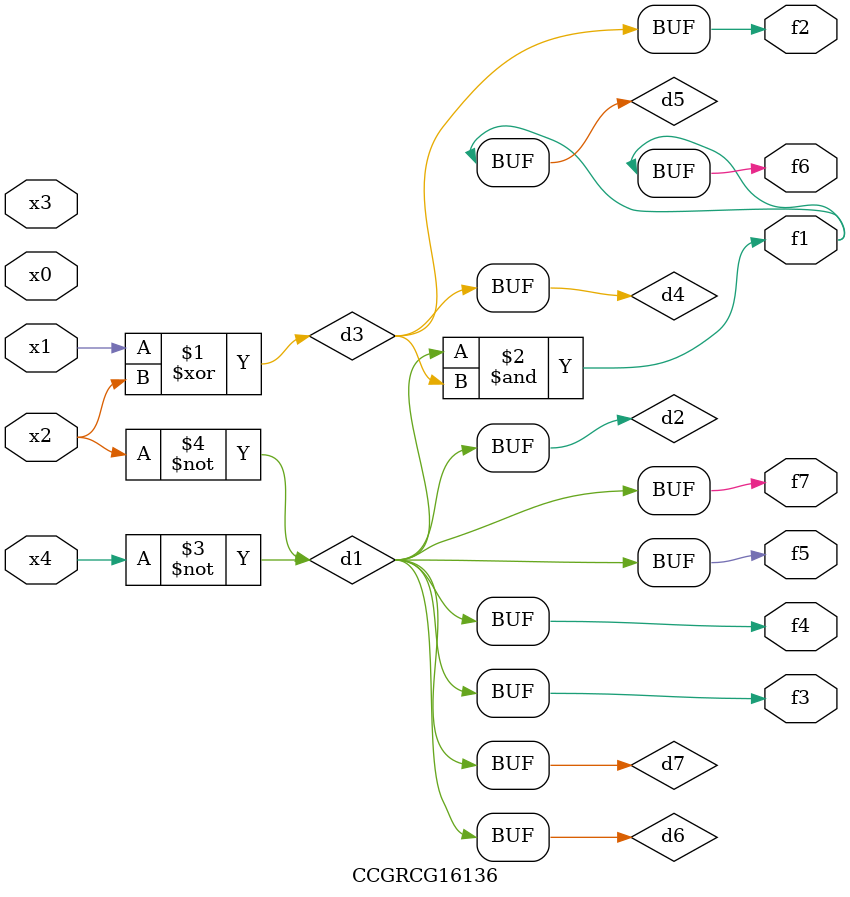
<source format=v>
module CCGRCG16136(
	input x0, x1, x2, x3, x4,
	output f1, f2, f3, f4, f5, f6, f7
);

	wire d1, d2, d3, d4, d5, d6, d7;

	not (d1, x4);
	not (d2, x2);
	xor (d3, x1, x2);
	buf (d4, d3);
	and (d5, d1, d3);
	buf (d6, d1, d2);
	buf (d7, d2);
	assign f1 = d5;
	assign f2 = d4;
	assign f3 = d7;
	assign f4 = d7;
	assign f5 = d7;
	assign f6 = d5;
	assign f7 = d7;
endmodule

</source>
